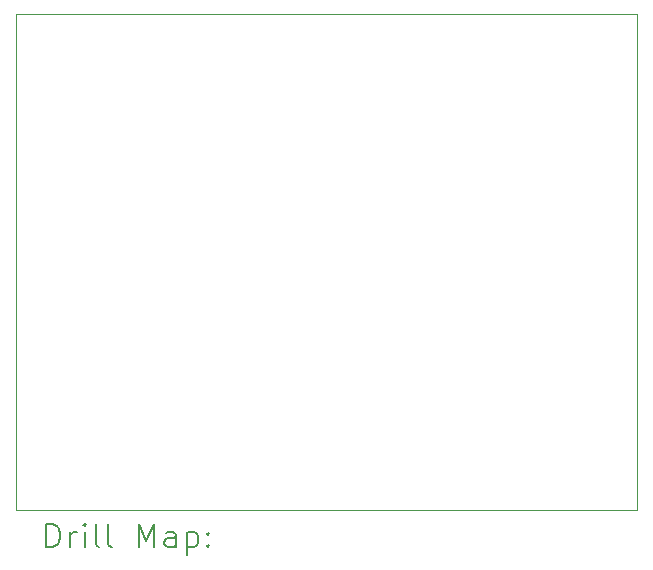
<source format=gbr>
%TF.GenerationSoftware,KiCad,Pcbnew,7.0.8-7.0.8~ubuntu22.04.1*%
%TF.CreationDate,2023-10-11T15:45:36+02:00*%
%TF.ProjectId,Pico_PCB,5069636f-5f50-4434-922e-6b696361645f,rev?*%
%TF.SameCoordinates,Original*%
%TF.FileFunction,Drillmap*%
%TF.FilePolarity,Positive*%
%FSLAX45Y45*%
G04 Gerber Fmt 4.5, Leading zero omitted, Abs format (unit mm)*
G04 Created by KiCad (PCBNEW 7.0.8-7.0.8~ubuntu22.04.1) date 2023-10-11 15:45:36*
%MOMM*%
%LPD*%
G01*
G04 APERTURE LIST*
%ADD10C,0.100000*%
%ADD11C,0.200000*%
G04 APERTURE END LIST*
D10*
X23045000Y-1460000D02*
X28305000Y-1460000D01*
X28305000Y-5660000D01*
X23045000Y-5660000D01*
X23045000Y-1460000D01*
D11*
X23300777Y-5976484D02*
X23300777Y-5776484D01*
X23300777Y-5776484D02*
X23348396Y-5776484D01*
X23348396Y-5776484D02*
X23376967Y-5786008D01*
X23376967Y-5786008D02*
X23396015Y-5805055D01*
X23396015Y-5805055D02*
X23405539Y-5824103D01*
X23405539Y-5824103D02*
X23415062Y-5862198D01*
X23415062Y-5862198D02*
X23415062Y-5890769D01*
X23415062Y-5890769D02*
X23405539Y-5928865D01*
X23405539Y-5928865D02*
X23396015Y-5947912D01*
X23396015Y-5947912D02*
X23376967Y-5966960D01*
X23376967Y-5966960D02*
X23348396Y-5976484D01*
X23348396Y-5976484D02*
X23300777Y-5976484D01*
X23500777Y-5976484D02*
X23500777Y-5843150D01*
X23500777Y-5881246D02*
X23510301Y-5862198D01*
X23510301Y-5862198D02*
X23519824Y-5852674D01*
X23519824Y-5852674D02*
X23538872Y-5843150D01*
X23538872Y-5843150D02*
X23557920Y-5843150D01*
X23624586Y-5976484D02*
X23624586Y-5843150D01*
X23624586Y-5776484D02*
X23615062Y-5786008D01*
X23615062Y-5786008D02*
X23624586Y-5795531D01*
X23624586Y-5795531D02*
X23634110Y-5786008D01*
X23634110Y-5786008D02*
X23624586Y-5776484D01*
X23624586Y-5776484D02*
X23624586Y-5795531D01*
X23748396Y-5976484D02*
X23729348Y-5966960D01*
X23729348Y-5966960D02*
X23719824Y-5947912D01*
X23719824Y-5947912D02*
X23719824Y-5776484D01*
X23853158Y-5976484D02*
X23834110Y-5966960D01*
X23834110Y-5966960D02*
X23824586Y-5947912D01*
X23824586Y-5947912D02*
X23824586Y-5776484D01*
X24081729Y-5976484D02*
X24081729Y-5776484D01*
X24081729Y-5776484D02*
X24148396Y-5919341D01*
X24148396Y-5919341D02*
X24215062Y-5776484D01*
X24215062Y-5776484D02*
X24215062Y-5976484D01*
X24396015Y-5976484D02*
X24396015Y-5871722D01*
X24396015Y-5871722D02*
X24386491Y-5852674D01*
X24386491Y-5852674D02*
X24367443Y-5843150D01*
X24367443Y-5843150D02*
X24329348Y-5843150D01*
X24329348Y-5843150D02*
X24310301Y-5852674D01*
X24396015Y-5966960D02*
X24376967Y-5976484D01*
X24376967Y-5976484D02*
X24329348Y-5976484D01*
X24329348Y-5976484D02*
X24310301Y-5966960D01*
X24310301Y-5966960D02*
X24300777Y-5947912D01*
X24300777Y-5947912D02*
X24300777Y-5928865D01*
X24300777Y-5928865D02*
X24310301Y-5909817D01*
X24310301Y-5909817D02*
X24329348Y-5900293D01*
X24329348Y-5900293D02*
X24376967Y-5900293D01*
X24376967Y-5900293D02*
X24396015Y-5890769D01*
X24491253Y-5843150D02*
X24491253Y-6043150D01*
X24491253Y-5852674D02*
X24510301Y-5843150D01*
X24510301Y-5843150D02*
X24548396Y-5843150D01*
X24548396Y-5843150D02*
X24567443Y-5852674D01*
X24567443Y-5852674D02*
X24576967Y-5862198D01*
X24576967Y-5862198D02*
X24586491Y-5881246D01*
X24586491Y-5881246D02*
X24586491Y-5938388D01*
X24586491Y-5938388D02*
X24576967Y-5957436D01*
X24576967Y-5957436D02*
X24567443Y-5966960D01*
X24567443Y-5966960D02*
X24548396Y-5976484D01*
X24548396Y-5976484D02*
X24510301Y-5976484D01*
X24510301Y-5976484D02*
X24491253Y-5966960D01*
X24672205Y-5957436D02*
X24681729Y-5966960D01*
X24681729Y-5966960D02*
X24672205Y-5976484D01*
X24672205Y-5976484D02*
X24662682Y-5966960D01*
X24662682Y-5966960D02*
X24672205Y-5957436D01*
X24672205Y-5957436D02*
X24672205Y-5976484D01*
X24672205Y-5852674D02*
X24681729Y-5862198D01*
X24681729Y-5862198D02*
X24672205Y-5871722D01*
X24672205Y-5871722D02*
X24662682Y-5862198D01*
X24662682Y-5862198D02*
X24672205Y-5852674D01*
X24672205Y-5852674D02*
X24672205Y-5871722D01*
M02*

</source>
